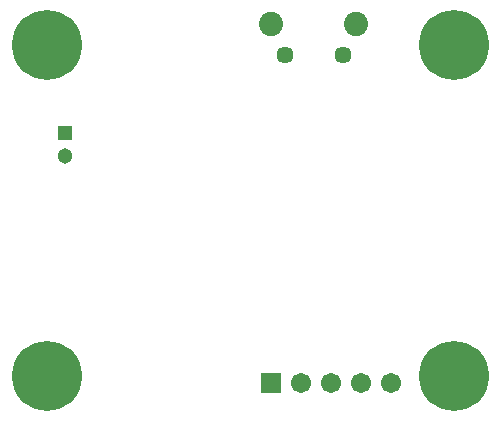
<source format=gbs>
G04*
G04 #@! TF.GenerationSoftware,Altium Limited,Altium Designer,21.9.2 (33)*
G04*
G04 Layer_Color=16711935*
%FSLAX25Y25*%
%MOIN*%
G70*
G04*
G04 #@! TF.SameCoordinates,0BDF80D0-06DB-4186-A1CF-57D38C80D236*
G04*
G04*
G04 #@! TF.FilePolarity,Negative*
G04*
G01*
G75*
%ADD39C,0.23323*%
%ADD40R,0.05131X0.05131*%
%ADD41C,0.05131*%
%ADD42C,0.06706*%
%ADD43R,0.06706X0.06706*%
%ADD44C,0.08083*%
%ADD45C,0.05721*%
D39*
X15748Y125984D02*
D03*
Y15748D02*
D03*
X151575Y15748D02*
D03*
Y125984D02*
D03*
D40*
X21654Y96850D02*
D03*
D41*
Y88976D02*
D03*
D42*
X110551Y13386D02*
D03*
X130551D02*
D03*
X120551D02*
D03*
X100551D02*
D03*
D43*
X90551D02*
D03*
D44*
X118898Y133071D02*
D03*
X90551D02*
D03*
D45*
X95177Y122638D02*
D03*
X114272D02*
D03*
M02*

</source>
